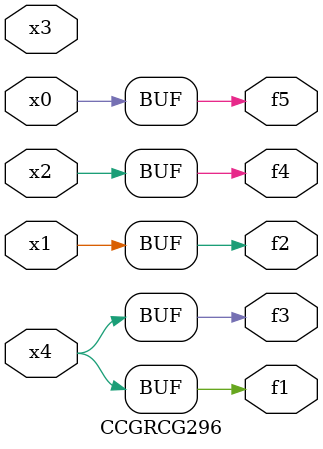
<source format=v>
module CCGRCG296(
	input x0, x1, x2, x3, x4,
	output f1, f2, f3, f4, f5
);
	assign f1 = x4;
	assign f2 = x1;
	assign f3 = x4;
	assign f4 = x2;
	assign f5 = x0;
endmodule

</source>
